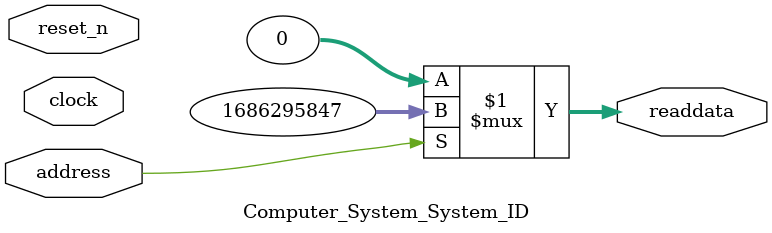
<source format=v>



// synthesis translate_off
`timescale 1ns / 1ps
// synthesis translate_on

// turn off superfluous verilog processor warnings 
// altera message_level Level1 
// altera message_off 10034 10035 10036 10037 10230 10240 10030 

module Computer_System_System_ID (
               // inputs:
                address,
                clock,
                reset_n,

               // outputs:
                readdata
             )
;

  output  [ 31: 0] readdata;
  input            address;
  input            clock;
  input            reset_n;

  wire    [ 31: 0] readdata;
  //control_slave, which is an e_avalon_slave
  assign readdata = address ? 1686295847 : 0;

endmodule



</source>
